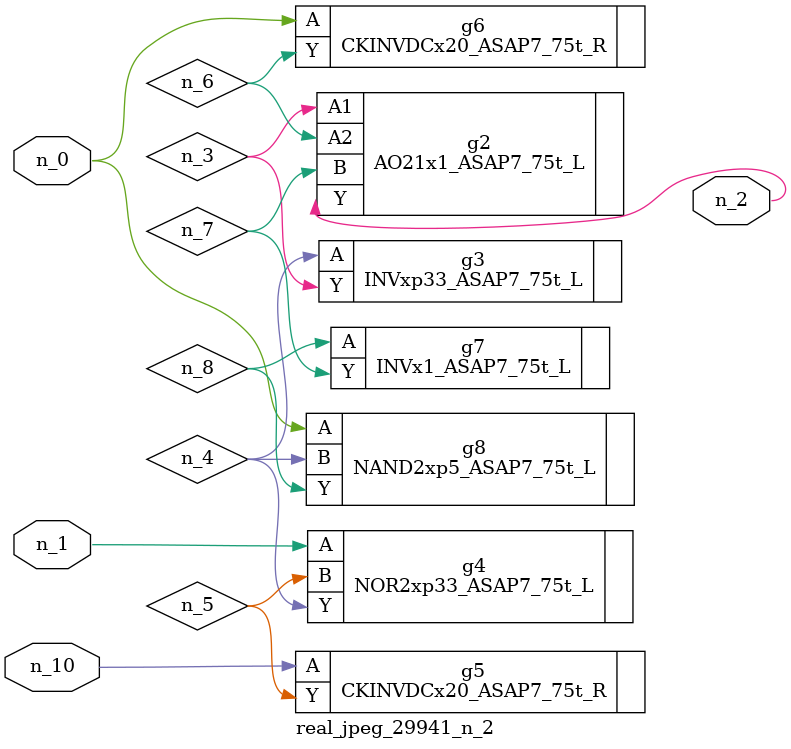
<source format=v>
module real_jpeg_29941_n_2 (n_1, n_10, n_0, n_2);

input n_1;
input n_10;
input n_0;

output n_2;

wire n_5;
wire n_4;
wire n_8;
wire n_6;
wire n_7;
wire n_3;

CKINVDCx20_ASAP7_75t_R g6 ( 
.A(n_0),
.Y(n_6)
);

NAND2xp5_ASAP7_75t_L g8 ( 
.A(n_0),
.B(n_4),
.Y(n_8)
);

NOR2xp33_ASAP7_75t_L g4 ( 
.A(n_1),
.B(n_5),
.Y(n_4)
);

AO21x1_ASAP7_75t_L g2 ( 
.A1(n_3),
.A2(n_6),
.B(n_7),
.Y(n_2)
);

INVxp33_ASAP7_75t_L g3 ( 
.A(n_4),
.Y(n_3)
);

INVx1_ASAP7_75t_L g7 ( 
.A(n_8),
.Y(n_7)
);

CKINVDCx20_ASAP7_75t_R g5 ( 
.A(n_10),
.Y(n_5)
);


endmodule
</source>
